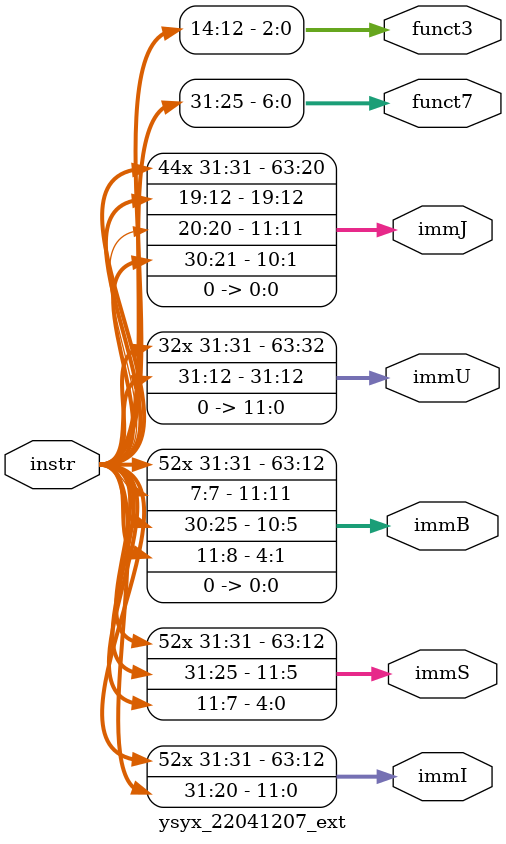
<source format=v>
module ysyx_22041207_ext(
    input  [31:0] instr,
    output [63:0] immI,
    output [63:0] immS,
    output [63:0] immB,
    output [63:0] immU,
    output [63:0] immJ,
    output [6:0]  funct7,
    output [2:0]  funct3
);
assign funct7 = instr [31:25];
assign funct3 = instr [14:12];
// assign immI = $signed({52'b0, instr[31:20]});
// assign immS = $signed({52'b0, instr[31:25], instr[11:7]});
// assign immB = $signed({51'b0, instr[31], instr[7], instr[30:25], instr[11:8], 1'b0});
// assign immU = $signed({32'b0, instr[31:12], 12'b0});
// assign immJ = $signed({43'b0, instr[31], instr[19:12], instr[20], instr[30:21], 1'b0});
always @(immU) begin
    $display("U origin: %x \n", {instr[31:12]});
end
assign immI = {{(53){instr[31]}}, instr[30:20]};
assign immS = {{(53){instr[31]}}, instr[30:25], instr[11:7]};
assign immB = {{(52){instr[31]}}, instr[7], instr[30:25], instr[11:8], 1'b0};
assign immU = {{(33){instr[31]}}, instr[30:12], 12'b0};
assign immJ = {{(44){instr[31]}}, instr[19:12], instr[20], instr[30:21], 1'b0};
endmodule
</source>
